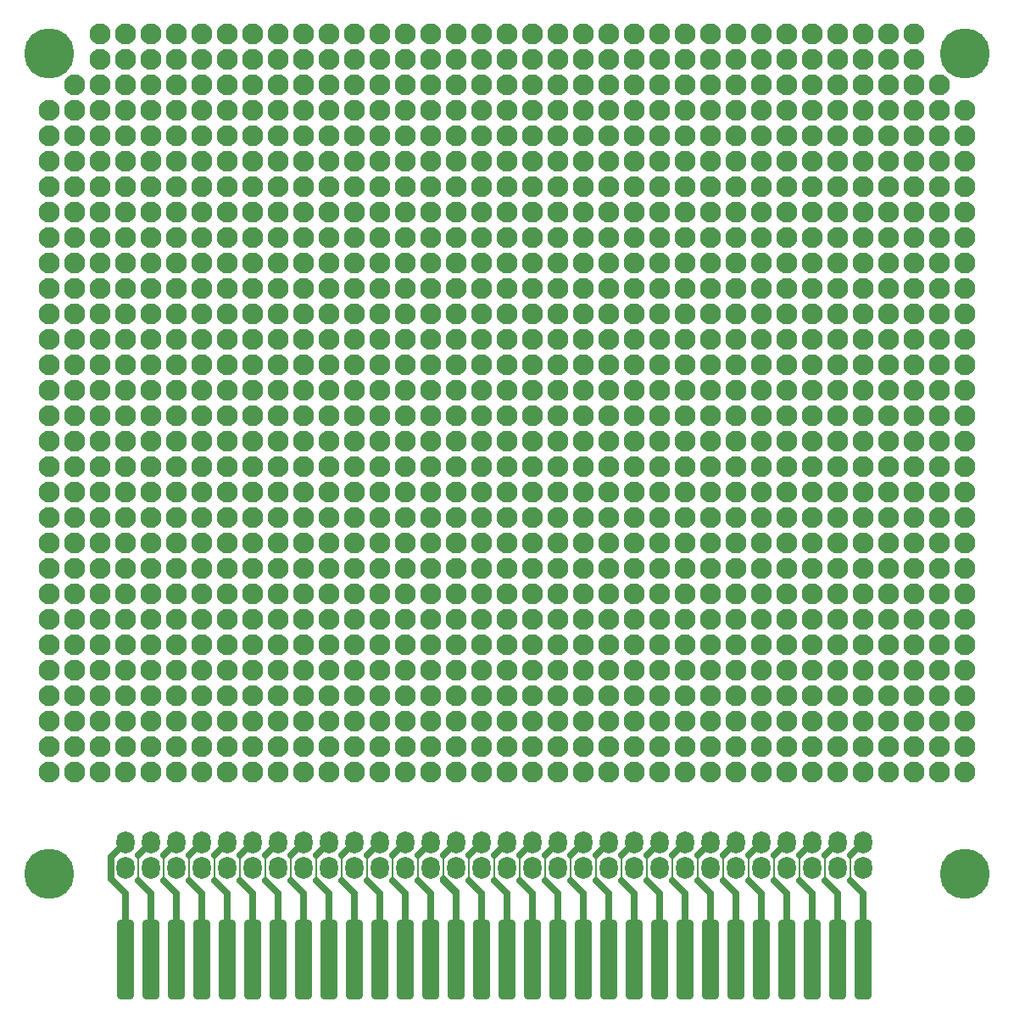
<source format=gbl>
G04 #@! TF.GenerationSoftware,KiCad,Pcbnew,6.0.11-2627ca5db0~126~ubuntu20.04.1*
G04 #@! TF.CreationDate,2023-08-10T13:47:57+05:00*
G04 #@! TF.ProjectId,zx_01,7a785f30-312e-46b6-9963-61645f706362,rev?*
G04 #@! TF.SameCoordinates,Original*
G04 #@! TF.FileFunction,Copper,L2,Bot*
G04 #@! TF.FilePolarity,Positive*
%FSLAX46Y46*%
G04 Gerber Fmt 4.6, Leading zero omitted, Abs format (unit mm)*
G04 Created by KiCad (PCBNEW 6.0.11-2627ca5db0~126~ubuntu20.04.1) date 2023-08-10 13:47:57*
%MOMM*%
%LPD*%
G01*
G04 APERTURE LIST*
G04 Aperture macros list*
%AMRoundRect*
0 Rectangle with rounded corners*
0 $1 Rounding radius*
0 $2 $3 $4 $5 $6 $7 $8 $9 X,Y pos of 4 corners*
0 Add a 4 corners polygon primitive as box body*
4,1,4,$2,$3,$4,$5,$6,$7,$8,$9,$2,$3,0*
0 Add four circle primitives for the rounded corners*
1,1,$1+$1,$2,$3*
1,1,$1+$1,$4,$5*
1,1,$1+$1,$6,$7*
1,1,$1+$1,$8,$9*
0 Add four rect primitives between the rounded corners*
20,1,$1+$1,$2,$3,$4,$5,0*
20,1,$1+$1,$4,$5,$6,$7,0*
20,1,$1+$1,$6,$7,$8,$9,0*
20,1,$1+$1,$8,$9,$2,$3,0*%
G04 Aperture macros list end*
G04 #@! TA.AperFunction,ComponentPad*
%ADD10C,2.100000*%
G04 #@! TD*
G04 #@! TA.AperFunction,ComponentPad*
%ADD11C,5.000000*%
G04 #@! TD*
G04 #@! TA.AperFunction,ComponentPad*
%ADD12O,1.800000X2.250000*%
G04 #@! TD*
G04 #@! TA.AperFunction,SMDPad,CuDef*
%ADD13RoundRect,0.425000X-0.425000X3.575000X-0.425000X-3.575000X0.425000X-3.575000X0.425000X3.575000X0*%
G04 #@! TD*
G04 #@! TA.AperFunction,Conductor*
%ADD14C,0.700000*%
G04 #@! TD*
G04 #@! TA.AperFunction,Conductor*
%ADD15C,0.200000*%
G04 #@! TD*
G04 APERTURE END LIST*
D10*
X46355000Y-67945000D03*
X48895000Y-67945000D03*
X51435000Y-67945000D03*
X53975000Y-67945000D03*
X56515000Y-67945000D03*
X59055000Y-67945000D03*
X61595000Y-67945000D03*
X64135000Y-67945000D03*
X66675000Y-67945000D03*
X69215000Y-67945000D03*
X71755000Y-67945000D03*
X74295000Y-67945000D03*
X76835000Y-67945000D03*
X79375000Y-67945000D03*
X81915000Y-67945000D03*
X84455000Y-67945000D03*
X86995000Y-67945000D03*
X89535000Y-67945000D03*
X92075000Y-67945000D03*
X94615000Y-67945000D03*
X97155000Y-67945000D03*
X99695000Y-67945000D03*
X102235000Y-67945000D03*
X104775000Y-67945000D03*
X107315000Y-67945000D03*
X109855000Y-67945000D03*
X112395000Y-67945000D03*
X114935000Y-67945000D03*
X117475000Y-67945000D03*
X120015000Y-67945000D03*
X122555000Y-67945000D03*
X125095000Y-67945000D03*
X127635000Y-67945000D03*
X130175000Y-67945000D03*
X132715000Y-67945000D03*
X135255000Y-67945000D03*
X137795000Y-67945000D03*
X46355000Y-103505000D03*
X48895000Y-103505000D03*
X51435000Y-103505000D03*
X53975000Y-103505000D03*
X56515000Y-103505000D03*
X59055000Y-103505000D03*
X61595000Y-103505000D03*
X64135000Y-103505000D03*
X66675000Y-103505000D03*
X69215000Y-103505000D03*
X71755000Y-103505000D03*
X74295000Y-103505000D03*
X76835000Y-103505000D03*
X79375000Y-103505000D03*
X81915000Y-103505000D03*
X84455000Y-103505000D03*
X86995000Y-103505000D03*
X89535000Y-103505000D03*
X92075000Y-103505000D03*
X94615000Y-103505000D03*
X97155000Y-103505000D03*
X99695000Y-103505000D03*
X102235000Y-103505000D03*
X104775000Y-103505000D03*
X107315000Y-103505000D03*
X109855000Y-103505000D03*
X112395000Y-103505000D03*
X114935000Y-103505000D03*
X117475000Y-103505000D03*
X120015000Y-103505000D03*
X122555000Y-103505000D03*
X125095000Y-103505000D03*
X127635000Y-103505000D03*
X130175000Y-103505000D03*
X132715000Y-103505000D03*
X135255000Y-103505000D03*
X137795000Y-103505000D03*
X51435000Y-55245000D03*
X53975000Y-55245000D03*
X56515000Y-55245000D03*
X59055000Y-55245000D03*
X61595000Y-55245000D03*
X64135000Y-55245000D03*
X66675000Y-55245000D03*
X69215000Y-55245000D03*
X71755000Y-55245000D03*
X74295000Y-55245000D03*
X76835000Y-55245000D03*
X79375000Y-55245000D03*
X81915000Y-55245000D03*
X84455000Y-55245000D03*
X86995000Y-55245000D03*
X89535000Y-55245000D03*
X92075000Y-55245000D03*
X94615000Y-55245000D03*
X97155000Y-55245000D03*
X99695000Y-55245000D03*
X102235000Y-55245000D03*
X104775000Y-55245000D03*
X107315000Y-55245000D03*
X109855000Y-55245000D03*
X112395000Y-55245000D03*
X114935000Y-55245000D03*
X117475000Y-55245000D03*
X120015000Y-55245000D03*
X122555000Y-55245000D03*
X125095000Y-55245000D03*
X127635000Y-55245000D03*
X130175000Y-55245000D03*
X132715000Y-55245000D03*
X46355000Y-78105000D03*
X48895000Y-78105000D03*
X51435000Y-78105000D03*
X53975000Y-78105000D03*
X56515000Y-78105000D03*
X59055000Y-78105000D03*
X61595000Y-78105000D03*
X64135000Y-78105000D03*
X66675000Y-78105000D03*
X69215000Y-78105000D03*
X71755000Y-78105000D03*
X74295000Y-78105000D03*
X76835000Y-78105000D03*
X79375000Y-78105000D03*
X81915000Y-78105000D03*
X84455000Y-78105000D03*
X86995000Y-78105000D03*
X89535000Y-78105000D03*
X92075000Y-78105000D03*
X94615000Y-78105000D03*
X97155000Y-78105000D03*
X99695000Y-78105000D03*
X102235000Y-78105000D03*
X104775000Y-78105000D03*
X107315000Y-78105000D03*
X109855000Y-78105000D03*
X112395000Y-78105000D03*
X114935000Y-78105000D03*
X117475000Y-78105000D03*
X120015000Y-78105000D03*
X122555000Y-78105000D03*
X125095000Y-78105000D03*
X127635000Y-78105000D03*
X130175000Y-78105000D03*
X132715000Y-78105000D03*
X135255000Y-78105000D03*
X137795000Y-78105000D03*
X46355000Y-100965000D03*
X48895000Y-100965000D03*
X51435000Y-100965000D03*
X53975000Y-100965000D03*
X56515000Y-100965000D03*
X59055000Y-100965000D03*
X61595000Y-100965000D03*
X64135000Y-100965000D03*
X66675000Y-100965000D03*
X69215000Y-100965000D03*
X71755000Y-100965000D03*
X74295000Y-100965000D03*
X76835000Y-100965000D03*
X79375000Y-100965000D03*
X81915000Y-100965000D03*
X84455000Y-100965000D03*
X86995000Y-100965000D03*
X89535000Y-100965000D03*
X92075000Y-100965000D03*
X94615000Y-100965000D03*
X97155000Y-100965000D03*
X99695000Y-100965000D03*
X102235000Y-100965000D03*
X104775000Y-100965000D03*
X107315000Y-100965000D03*
X109855000Y-100965000D03*
X112395000Y-100965000D03*
X114935000Y-100965000D03*
X117475000Y-100965000D03*
X120015000Y-100965000D03*
X122555000Y-100965000D03*
X125095000Y-100965000D03*
X127635000Y-100965000D03*
X130175000Y-100965000D03*
X132715000Y-100965000D03*
X135255000Y-100965000D03*
X137795000Y-100965000D03*
X46355000Y-116205000D03*
X48895000Y-116205000D03*
X51435000Y-116205000D03*
X53975000Y-116205000D03*
X56515000Y-116205000D03*
X59055000Y-116205000D03*
X61595000Y-116205000D03*
X64135000Y-116205000D03*
X66675000Y-116205000D03*
X69215000Y-116205000D03*
X71755000Y-116205000D03*
X74295000Y-116205000D03*
X76835000Y-116205000D03*
X79375000Y-116205000D03*
X81915000Y-116205000D03*
X84455000Y-116205000D03*
X86995000Y-116205000D03*
X89535000Y-116205000D03*
X92075000Y-116205000D03*
X94615000Y-116205000D03*
X97155000Y-116205000D03*
X99695000Y-116205000D03*
X102235000Y-116205000D03*
X104775000Y-116205000D03*
X107315000Y-116205000D03*
X109855000Y-116205000D03*
X112395000Y-116205000D03*
X114935000Y-116205000D03*
X117475000Y-116205000D03*
X120015000Y-116205000D03*
X122555000Y-116205000D03*
X125095000Y-116205000D03*
X127635000Y-116205000D03*
X130175000Y-116205000D03*
X132715000Y-116205000D03*
X135255000Y-116205000D03*
X137795000Y-116205000D03*
X46355000Y-93345000D03*
X48895000Y-93345000D03*
X51435000Y-93345000D03*
X53975000Y-93345000D03*
X56515000Y-93345000D03*
X59055000Y-93345000D03*
X61595000Y-93345000D03*
X64135000Y-93345000D03*
X66675000Y-93345000D03*
X69215000Y-93345000D03*
X71755000Y-93345000D03*
X74295000Y-93345000D03*
X76835000Y-93345000D03*
X79375000Y-93345000D03*
X81915000Y-93345000D03*
X84455000Y-93345000D03*
X86995000Y-93345000D03*
X89535000Y-93345000D03*
X92075000Y-93345000D03*
X94615000Y-93345000D03*
X97155000Y-93345000D03*
X99695000Y-93345000D03*
X102235000Y-93345000D03*
X104775000Y-93345000D03*
X107315000Y-93345000D03*
X109855000Y-93345000D03*
X112395000Y-93345000D03*
X114935000Y-93345000D03*
X117475000Y-93345000D03*
X120015000Y-93345000D03*
X122555000Y-93345000D03*
X125095000Y-93345000D03*
X127635000Y-93345000D03*
X130175000Y-93345000D03*
X132715000Y-93345000D03*
X135255000Y-93345000D03*
X137795000Y-93345000D03*
X46355000Y-121285000D03*
X48895000Y-121285000D03*
X51435000Y-121285000D03*
X53975000Y-121285000D03*
X56515000Y-121285000D03*
X59055000Y-121285000D03*
X61595000Y-121285000D03*
X64135000Y-121285000D03*
X66675000Y-121285000D03*
X69215000Y-121285000D03*
X71755000Y-121285000D03*
X74295000Y-121285000D03*
X76835000Y-121285000D03*
X79375000Y-121285000D03*
X81915000Y-121285000D03*
X84455000Y-121285000D03*
X86995000Y-121285000D03*
X89535000Y-121285000D03*
X92075000Y-121285000D03*
X94615000Y-121285000D03*
X97155000Y-121285000D03*
X99695000Y-121285000D03*
X102235000Y-121285000D03*
X104775000Y-121285000D03*
X107315000Y-121285000D03*
X109855000Y-121285000D03*
X112395000Y-121285000D03*
X114935000Y-121285000D03*
X117475000Y-121285000D03*
X120015000Y-121285000D03*
X122555000Y-121285000D03*
X125095000Y-121285000D03*
X127635000Y-121285000D03*
X130175000Y-121285000D03*
X132715000Y-121285000D03*
X135255000Y-121285000D03*
X137795000Y-121285000D03*
X46355000Y-106045000D03*
X48895000Y-106045000D03*
X51435000Y-106045000D03*
X53975000Y-106045000D03*
X56515000Y-106045000D03*
X59055000Y-106045000D03*
X61595000Y-106045000D03*
X64135000Y-106045000D03*
X66675000Y-106045000D03*
X69215000Y-106045000D03*
X71755000Y-106045000D03*
X74295000Y-106045000D03*
X76835000Y-106045000D03*
X79375000Y-106045000D03*
X81915000Y-106045000D03*
X84455000Y-106045000D03*
X86995000Y-106045000D03*
X89535000Y-106045000D03*
X92075000Y-106045000D03*
X94615000Y-106045000D03*
X97155000Y-106045000D03*
X99695000Y-106045000D03*
X102235000Y-106045000D03*
X104775000Y-106045000D03*
X107315000Y-106045000D03*
X109855000Y-106045000D03*
X112395000Y-106045000D03*
X114935000Y-106045000D03*
X117475000Y-106045000D03*
X120015000Y-106045000D03*
X122555000Y-106045000D03*
X125095000Y-106045000D03*
X127635000Y-106045000D03*
X130175000Y-106045000D03*
X132715000Y-106045000D03*
X135255000Y-106045000D03*
X137795000Y-106045000D03*
X46355000Y-113665000D03*
X48895000Y-113665000D03*
X51435000Y-113665000D03*
X53975000Y-113665000D03*
X56515000Y-113665000D03*
X59055000Y-113665000D03*
X61595000Y-113665000D03*
X64135000Y-113665000D03*
X66675000Y-113665000D03*
X69215000Y-113665000D03*
X71755000Y-113665000D03*
X74295000Y-113665000D03*
X76835000Y-113665000D03*
X79375000Y-113665000D03*
X81915000Y-113665000D03*
X84455000Y-113665000D03*
X86995000Y-113665000D03*
X89535000Y-113665000D03*
X92075000Y-113665000D03*
X94615000Y-113665000D03*
X97155000Y-113665000D03*
X99695000Y-113665000D03*
X102235000Y-113665000D03*
X104775000Y-113665000D03*
X107315000Y-113665000D03*
X109855000Y-113665000D03*
X112395000Y-113665000D03*
X114935000Y-113665000D03*
X117475000Y-113665000D03*
X120015000Y-113665000D03*
X122555000Y-113665000D03*
X125095000Y-113665000D03*
X127635000Y-113665000D03*
X130175000Y-113665000D03*
X132715000Y-113665000D03*
X135255000Y-113665000D03*
X137795000Y-113665000D03*
X46355000Y-123825000D03*
X48895000Y-123825000D03*
X51435000Y-123825000D03*
X53975000Y-123825000D03*
X56515000Y-123825000D03*
X59055000Y-123825000D03*
X61595000Y-123825000D03*
X64135000Y-123825000D03*
X66675000Y-123825000D03*
X69215000Y-123825000D03*
X71755000Y-123825000D03*
X74295000Y-123825000D03*
X76835000Y-123825000D03*
X79375000Y-123825000D03*
X81915000Y-123825000D03*
X84455000Y-123825000D03*
X86995000Y-123825000D03*
X89535000Y-123825000D03*
X92075000Y-123825000D03*
X94615000Y-123825000D03*
X97155000Y-123825000D03*
X99695000Y-123825000D03*
X102235000Y-123825000D03*
X104775000Y-123825000D03*
X107315000Y-123825000D03*
X109855000Y-123825000D03*
X112395000Y-123825000D03*
X114935000Y-123825000D03*
X117475000Y-123825000D03*
X120015000Y-123825000D03*
X122555000Y-123825000D03*
X125095000Y-123825000D03*
X127635000Y-123825000D03*
X130175000Y-123825000D03*
X132715000Y-123825000D03*
X135255000Y-123825000D03*
X137795000Y-123825000D03*
D11*
X46355000Y-54610000D03*
D10*
X46355000Y-111125000D03*
X48895000Y-111125000D03*
X51435000Y-111125000D03*
X53975000Y-111125000D03*
X56515000Y-111125000D03*
X59055000Y-111125000D03*
X61595000Y-111125000D03*
X64135000Y-111125000D03*
X66675000Y-111125000D03*
X69215000Y-111125000D03*
X71755000Y-111125000D03*
X74295000Y-111125000D03*
X76835000Y-111125000D03*
X79375000Y-111125000D03*
X81915000Y-111125000D03*
X84455000Y-111125000D03*
X86995000Y-111125000D03*
X89535000Y-111125000D03*
X92075000Y-111125000D03*
X94615000Y-111125000D03*
X97155000Y-111125000D03*
X99695000Y-111125000D03*
X102235000Y-111125000D03*
X104775000Y-111125000D03*
X107315000Y-111125000D03*
X109855000Y-111125000D03*
X112395000Y-111125000D03*
X114935000Y-111125000D03*
X117475000Y-111125000D03*
X120015000Y-111125000D03*
X122555000Y-111125000D03*
X125095000Y-111125000D03*
X127635000Y-111125000D03*
X130175000Y-111125000D03*
X132715000Y-111125000D03*
X135255000Y-111125000D03*
X137795000Y-111125000D03*
X46355000Y-88265000D03*
X48895000Y-88265000D03*
X51435000Y-88265000D03*
X53975000Y-88265000D03*
X56515000Y-88265000D03*
X59055000Y-88265000D03*
X61595000Y-88265000D03*
X64135000Y-88265000D03*
X66675000Y-88265000D03*
X69215000Y-88265000D03*
X71755000Y-88265000D03*
X74295000Y-88265000D03*
X76835000Y-88265000D03*
X79375000Y-88265000D03*
X81915000Y-88265000D03*
X84455000Y-88265000D03*
X86995000Y-88265000D03*
X89535000Y-88265000D03*
X92075000Y-88265000D03*
X94615000Y-88265000D03*
X97155000Y-88265000D03*
X99695000Y-88265000D03*
X102235000Y-88265000D03*
X104775000Y-88265000D03*
X107315000Y-88265000D03*
X109855000Y-88265000D03*
X112395000Y-88265000D03*
X114935000Y-88265000D03*
X117475000Y-88265000D03*
X120015000Y-88265000D03*
X122555000Y-88265000D03*
X125095000Y-88265000D03*
X127635000Y-88265000D03*
X130175000Y-88265000D03*
X132715000Y-88265000D03*
X135255000Y-88265000D03*
X137795000Y-88265000D03*
X48895000Y-57785000D03*
X51435000Y-57785000D03*
X53975000Y-57785000D03*
X56515000Y-57785000D03*
X59055000Y-57785000D03*
X61595000Y-57785000D03*
X64135000Y-57785000D03*
X66675000Y-57785000D03*
X69215000Y-57785000D03*
X71755000Y-57785000D03*
X74295000Y-57785000D03*
X76835000Y-57785000D03*
X79375000Y-57785000D03*
X81915000Y-57785000D03*
X84455000Y-57785000D03*
X86995000Y-57785000D03*
X89535000Y-57785000D03*
X92075000Y-57785000D03*
X94615000Y-57785000D03*
X97155000Y-57785000D03*
X99695000Y-57785000D03*
X102235000Y-57785000D03*
X104775000Y-57785000D03*
X107315000Y-57785000D03*
X109855000Y-57785000D03*
X112395000Y-57785000D03*
X114935000Y-57785000D03*
X117475000Y-57785000D03*
X120015000Y-57785000D03*
X122555000Y-57785000D03*
X125095000Y-57785000D03*
X127635000Y-57785000D03*
X130175000Y-57785000D03*
X132715000Y-57785000D03*
X135255000Y-57785000D03*
D12*
X53975000Y-133350000D03*
X53975000Y-135890000D03*
X56515000Y-133350000D03*
X56515000Y-135890000D03*
X59055000Y-133350000D03*
X59055000Y-135890000D03*
X61595000Y-133350000D03*
X61595000Y-135890000D03*
X64135000Y-133350000D03*
X64135000Y-135890000D03*
X66675000Y-133350000D03*
X66675000Y-135890000D03*
X69215000Y-133350000D03*
X69215000Y-135890000D03*
X71755000Y-133350000D03*
X71755000Y-135890000D03*
X74295000Y-133350000D03*
X74295000Y-135890000D03*
X76835000Y-133350000D03*
X76835000Y-135890000D03*
X79375000Y-133350000D03*
X79375000Y-135890000D03*
X81915000Y-133350000D03*
X81915000Y-135890000D03*
X84455000Y-133350000D03*
X84455000Y-135890000D03*
X86995000Y-133350000D03*
X86995000Y-135890000D03*
X89535000Y-133350000D03*
X89535000Y-135890000D03*
X92075000Y-133350000D03*
X92075000Y-135890000D03*
X94615000Y-133350000D03*
X94615000Y-135890000D03*
X97155000Y-133350000D03*
X97155000Y-135890000D03*
X99695000Y-133350000D03*
X99695000Y-135890000D03*
X102235000Y-133350000D03*
X102235000Y-135890000D03*
X104775000Y-133350000D03*
X104775000Y-135890000D03*
X107315000Y-133350000D03*
X107315000Y-135890000D03*
X109855000Y-133350000D03*
X109855000Y-135890000D03*
X112395000Y-133350000D03*
X112395000Y-135890000D03*
X114935000Y-133350000D03*
X114935000Y-135890000D03*
X117475000Y-133350000D03*
X117475000Y-135890000D03*
X120015000Y-133350000D03*
X120015000Y-135890000D03*
X122555000Y-133350000D03*
X122555000Y-135890000D03*
X125095000Y-133350000D03*
X125095000Y-135890000D03*
X127635000Y-133350000D03*
X127635000Y-135890000D03*
D10*
X46355000Y-118745000D03*
X48895000Y-118745000D03*
X51435000Y-118745000D03*
X53975000Y-118745000D03*
X56515000Y-118745000D03*
X59055000Y-118745000D03*
X61595000Y-118745000D03*
X64135000Y-118745000D03*
X66675000Y-118745000D03*
X69215000Y-118745000D03*
X71755000Y-118745000D03*
X74295000Y-118745000D03*
X76835000Y-118745000D03*
X79375000Y-118745000D03*
X81915000Y-118745000D03*
X84455000Y-118745000D03*
X86995000Y-118745000D03*
X89535000Y-118745000D03*
X92075000Y-118745000D03*
X94615000Y-118745000D03*
X97155000Y-118745000D03*
X99695000Y-118745000D03*
X102235000Y-118745000D03*
X104775000Y-118745000D03*
X107315000Y-118745000D03*
X109855000Y-118745000D03*
X112395000Y-118745000D03*
X114935000Y-118745000D03*
X117475000Y-118745000D03*
X120015000Y-118745000D03*
X122555000Y-118745000D03*
X125095000Y-118745000D03*
X127635000Y-118745000D03*
X130175000Y-118745000D03*
X132715000Y-118745000D03*
X135255000Y-118745000D03*
X137795000Y-118745000D03*
X46355000Y-60325000D03*
X48895000Y-60325000D03*
X51435000Y-60325000D03*
X53975000Y-60325000D03*
X56515000Y-60325000D03*
X59055000Y-60325000D03*
X61595000Y-60325000D03*
X64135000Y-60325000D03*
X66675000Y-60325000D03*
X69215000Y-60325000D03*
X71755000Y-60325000D03*
X74295000Y-60325000D03*
X76835000Y-60325000D03*
X79375000Y-60325000D03*
X81915000Y-60325000D03*
X84455000Y-60325000D03*
X86995000Y-60325000D03*
X89535000Y-60325000D03*
X92075000Y-60325000D03*
X94615000Y-60325000D03*
X97155000Y-60325000D03*
X99695000Y-60325000D03*
X102235000Y-60325000D03*
X104775000Y-60325000D03*
X107315000Y-60325000D03*
X109855000Y-60325000D03*
X112395000Y-60325000D03*
X114935000Y-60325000D03*
X117475000Y-60325000D03*
X120015000Y-60325000D03*
X122555000Y-60325000D03*
X125095000Y-60325000D03*
X127635000Y-60325000D03*
X130175000Y-60325000D03*
X132715000Y-60325000D03*
X135255000Y-60325000D03*
X137795000Y-60325000D03*
X51435000Y-52705000D03*
X53975000Y-52705000D03*
X56515000Y-52705000D03*
X59055000Y-52705000D03*
X61595000Y-52705000D03*
X64135000Y-52705000D03*
X66675000Y-52705000D03*
X69215000Y-52705000D03*
X71755000Y-52705000D03*
X74295000Y-52705000D03*
X76835000Y-52705000D03*
X79375000Y-52705000D03*
X81915000Y-52705000D03*
X84455000Y-52705000D03*
X86995000Y-52705000D03*
X89535000Y-52705000D03*
X92075000Y-52705000D03*
X94615000Y-52705000D03*
X97155000Y-52705000D03*
X99695000Y-52705000D03*
X102235000Y-52705000D03*
X104775000Y-52705000D03*
X107315000Y-52705000D03*
X109855000Y-52705000D03*
X112395000Y-52705000D03*
X114935000Y-52705000D03*
X117475000Y-52705000D03*
X120015000Y-52705000D03*
X122555000Y-52705000D03*
X125095000Y-52705000D03*
X127635000Y-52705000D03*
X130175000Y-52705000D03*
X132715000Y-52705000D03*
X46355000Y-73025000D03*
X48895000Y-73025000D03*
X51435000Y-73025000D03*
X53975000Y-73025000D03*
X56515000Y-73025000D03*
X59055000Y-73025000D03*
X61595000Y-73025000D03*
X64135000Y-73025000D03*
X66675000Y-73025000D03*
X69215000Y-73025000D03*
X71755000Y-73025000D03*
X74295000Y-73025000D03*
X76835000Y-73025000D03*
X79375000Y-73025000D03*
X81915000Y-73025000D03*
X84455000Y-73025000D03*
X86995000Y-73025000D03*
X89535000Y-73025000D03*
X92075000Y-73025000D03*
X94615000Y-73025000D03*
X97155000Y-73025000D03*
X99695000Y-73025000D03*
X102235000Y-73025000D03*
X104775000Y-73025000D03*
X107315000Y-73025000D03*
X109855000Y-73025000D03*
X112395000Y-73025000D03*
X114935000Y-73025000D03*
X117475000Y-73025000D03*
X120015000Y-73025000D03*
X122555000Y-73025000D03*
X125095000Y-73025000D03*
X127635000Y-73025000D03*
X130175000Y-73025000D03*
X132715000Y-73025000D03*
X135255000Y-73025000D03*
X137795000Y-73025000D03*
X46355000Y-65405000D03*
X48895000Y-65405000D03*
X51435000Y-65405000D03*
X53975000Y-65405000D03*
X56515000Y-65405000D03*
X59055000Y-65405000D03*
X61595000Y-65405000D03*
X64135000Y-65405000D03*
X66675000Y-65405000D03*
X69215000Y-65405000D03*
X71755000Y-65405000D03*
X74295000Y-65405000D03*
X76835000Y-65405000D03*
X79375000Y-65405000D03*
X81915000Y-65405000D03*
X84455000Y-65405000D03*
X86995000Y-65405000D03*
X89535000Y-65405000D03*
X92075000Y-65405000D03*
X94615000Y-65405000D03*
X97155000Y-65405000D03*
X99695000Y-65405000D03*
X102235000Y-65405000D03*
X104775000Y-65405000D03*
X107315000Y-65405000D03*
X109855000Y-65405000D03*
X112395000Y-65405000D03*
X114935000Y-65405000D03*
X117475000Y-65405000D03*
X120015000Y-65405000D03*
X122555000Y-65405000D03*
X125095000Y-65405000D03*
X127635000Y-65405000D03*
X130175000Y-65405000D03*
X132715000Y-65405000D03*
X135255000Y-65405000D03*
X137795000Y-65405000D03*
X46355000Y-90805000D03*
X48895000Y-90805000D03*
X51435000Y-90805000D03*
X53975000Y-90805000D03*
X56515000Y-90805000D03*
X59055000Y-90805000D03*
X61595000Y-90805000D03*
X64135000Y-90805000D03*
X66675000Y-90805000D03*
X69215000Y-90805000D03*
X71755000Y-90805000D03*
X74295000Y-90805000D03*
X76835000Y-90805000D03*
X79375000Y-90805000D03*
X81915000Y-90805000D03*
X84455000Y-90805000D03*
X86995000Y-90805000D03*
X89535000Y-90805000D03*
X92075000Y-90805000D03*
X94615000Y-90805000D03*
X97155000Y-90805000D03*
X99695000Y-90805000D03*
X102235000Y-90805000D03*
X104775000Y-90805000D03*
X107315000Y-90805000D03*
X109855000Y-90805000D03*
X112395000Y-90805000D03*
X114935000Y-90805000D03*
X117475000Y-90805000D03*
X120015000Y-90805000D03*
X122555000Y-90805000D03*
X125095000Y-90805000D03*
X127635000Y-90805000D03*
X130175000Y-90805000D03*
X132715000Y-90805000D03*
X135255000Y-90805000D03*
X137795000Y-90805000D03*
D11*
X137795000Y-54610000D03*
D10*
X46355000Y-126365000D03*
X48895000Y-126365000D03*
X51435000Y-126365000D03*
X53975000Y-126365000D03*
X56515000Y-126365000D03*
X59055000Y-126365000D03*
X61595000Y-126365000D03*
X64135000Y-126365000D03*
X66675000Y-126365000D03*
X69215000Y-126365000D03*
X71755000Y-126365000D03*
X74295000Y-126365000D03*
X76835000Y-126365000D03*
X79375000Y-126365000D03*
X81915000Y-126365000D03*
X84455000Y-126365000D03*
X86995000Y-126365000D03*
X89535000Y-126365000D03*
X92075000Y-126365000D03*
X94615000Y-126365000D03*
X97155000Y-126365000D03*
X99695000Y-126365000D03*
X102235000Y-126365000D03*
X104775000Y-126365000D03*
X107315000Y-126365000D03*
X109855000Y-126365000D03*
X112395000Y-126365000D03*
X114935000Y-126365000D03*
X117475000Y-126365000D03*
X120015000Y-126365000D03*
X122555000Y-126365000D03*
X125095000Y-126365000D03*
X127635000Y-126365000D03*
X130175000Y-126365000D03*
X132715000Y-126365000D03*
X135255000Y-126365000D03*
X137795000Y-126365000D03*
D11*
X137795000Y-136525000D03*
D10*
X46355000Y-70485000D03*
X48895000Y-70485000D03*
X51435000Y-70485000D03*
X53975000Y-70485000D03*
X56515000Y-70485000D03*
X59055000Y-70485000D03*
X61595000Y-70485000D03*
X64135000Y-70485000D03*
X66675000Y-70485000D03*
X69215000Y-70485000D03*
X71755000Y-70485000D03*
X74295000Y-70485000D03*
X76835000Y-70485000D03*
X79375000Y-70485000D03*
X81915000Y-70485000D03*
X84455000Y-70485000D03*
X86995000Y-70485000D03*
X89535000Y-70485000D03*
X92075000Y-70485000D03*
X94615000Y-70485000D03*
X97155000Y-70485000D03*
X99695000Y-70485000D03*
X102235000Y-70485000D03*
X104775000Y-70485000D03*
X107315000Y-70485000D03*
X109855000Y-70485000D03*
X112395000Y-70485000D03*
X114935000Y-70485000D03*
X117475000Y-70485000D03*
X120015000Y-70485000D03*
X122555000Y-70485000D03*
X125095000Y-70485000D03*
X127635000Y-70485000D03*
X130175000Y-70485000D03*
X132715000Y-70485000D03*
X135255000Y-70485000D03*
X137795000Y-70485000D03*
X46355000Y-83185000D03*
X48895000Y-83185000D03*
X51435000Y-83185000D03*
X53975000Y-83185000D03*
X56515000Y-83185000D03*
X59055000Y-83185000D03*
X61595000Y-83185000D03*
X64135000Y-83185000D03*
X66675000Y-83185000D03*
X69215000Y-83185000D03*
X71755000Y-83185000D03*
X74295000Y-83185000D03*
X76835000Y-83185000D03*
X79375000Y-83185000D03*
X81915000Y-83185000D03*
X84455000Y-83185000D03*
X86995000Y-83185000D03*
X89535000Y-83185000D03*
X92075000Y-83185000D03*
X94615000Y-83185000D03*
X97155000Y-83185000D03*
X99695000Y-83185000D03*
X102235000Y-83185000D03*
X104775000Y-83185000D03*
X107315000Y-83185000D03*
X109855000Y-83185000D03*
X112395000Y-83185000D03*
X114935000Y-83185000D03*
X117475000Y-83185000D03*
X120015000Y-83185000D03*
X122555000Y-83185000D03*
X125095000Y-83185000D03*
X127635000Y-83185000D03*
X130175000Y-83185000D03*
X132715000Y-83185000D03*
X135255000Y-83185000D03*
X137795000Y-83185000D03*
X46355000Y-108585000D03*
X48895000Y-108585000D03*
X51435000Y-108585000D03*
X53975000Y-108585000D03*
X56515000Y-108585000D03*
X59055000Y-108585000D03*
X61595000Y-108585000D03*
X64135000Y-108585000D03*
X66675000Y-108585000D03*
X69215000Y-108585000D03*
X71755000Y-108585000D03*
X74295000Y-108585000D03*
X76835000Y-108585000D03*
X79375000Y-108585000D03*
X81915000Y-108585000D03*
X84455000Y-108585000D03*
X86995000Y-108585000D03*
X89535000Y-108585000D03*
X92075000Y-108585000D03*
X94615000Y-108585000D03*
X97155000Y-108585000D03*
X99695000Y-108585000D03*
X102235000Y-108585000D03*
X104775000Y-108585000D03*
X107315000Y-108585000D03*
X109855000Y-108585000D03*
X112395000Y-108585000D03*
X114935000Y-108585000D03*
X117475000Y-108585000D03*
X120015000Y-108585000D03*
X122555000Y-108585000D03*
X125095000Y-108585000D03*
X127635000Y-108585000D03*
X130175000Y-108585000D03*
X132715000Y-108585000D03*
X135255000Y-108585000D03*
X137795000Y-108585000D03*
X46355000Y-98425000D03*
X48895000Y-98425000D03*
X51435000Y-98425000D03*
X53975000Y-98425000D03*
X56515000Y-98425000D03*
X59055000Y-98425000D03*
X61595000Y-98425000D03*
X64135000Y-98425000D03*
X66675000Y-98425000D03*
X69215000Y-98425000D03*
X71755000Y-98425000D03*
X74295000Y-98425000D03*
X76835000Y-98425000D03*
X79375000Y-98425000D03*
X81915000Y-98425000D03*
X84455000Y-98425000D03*
X86995000Y-98425000D03*
X89535000Y-98425000D03*
X92075000Y-98425000D03*
X94615000Y-98425000D03*
X97155000Y-98425000D03*
X99695000Y-98425000D03*
X102235000Y-98425000D03*
X104775000Y-98425000D03*
X107315000Y-98425000D03*
X109855000Y-98425000D03*
X112395000Y-98425000D03*
X114935000Y-98425000D03*
X117475000Y-98425000D03*
X120015000Y-98425000D03*
X122555000Y-98425000D03*
X125095000Y-98425000D03*
X127635000Y-98425000D03*
X130175000Y-98425000D03*
X132715000Y-98425000D03*
X135255000Y-98425000D03*
X137795000Y-98425000D03*
X46355000Y-75565000D03*
X48895000Y-75565000D03*
X51435000Y-75565000D03*
X53975000Y-75565000D03*
X56515000Y-75565000D03*
X59055000Y-75565000D03*
X61595000Y-75565000D03*
X64135000Y-75565000D03*
X66675000Y-75565000D03*
X69215000Y-75565000D03*
X71755000Y-75565000D03*
X74295000Y-75565000D03*
X76835000Y-75565000D03*
X79375000Y-75565000D03*
X81915000Y-75565000D03*
X84455000Y-75565000D03*
X86995000Y-75565000D03*
X89535000Y-75565000D03*
X92075000Y-75565000D03*
X94615000Y-75565000D03*
X97155000Y-75565000D03*
X99695000Y-75565000D03*
X102235000Y-75565000D03*
X104775000Y-75565000D03*
X107315000Y-75565000D03*
X109855000Y-75565000D03*
X112395000Y-75565000D03*
X114935000Y-75565000D03*
X117475000Y-75565000D03*
X120015000Y-75565000D03*
X122555000Y-75565000D03*
X125095000Y-75565000D03*
X127635000Y-75565000D03*
X130175000Y-75565000D03*
X132715000Y-75565000D03*
X135255000Y-75565000D03*
X137795000Y-75565000D03*
X46355000Y-85725000D03*
X48895000Y-85725000D03*
X51435000Y-85725000D03*
X53975000Y-85725000D03*
X56515000Y-85725000D03*
X59055000Y-85725000D03*
X61595000Y-85725000D03*
X64135000Y-85725000D03*
X66675000Y-85725000D03*
X69215000Y-85725000D03*
X71755000Y-85725000D03*
X74295000Y-85725000D03*
X76835000Y-85725000D03*
X79375000Y-85725000D03*
X81915000Y-85725000D03*
X84455000Y-85725000D03*
X86995000Y-85725000D03*
X89535000Y-85725000D03*
X92075000Y-85725000D03*
X94615000Y-85725000D03*
X97155000Y-85725000D03*
X99695000Y-85725000D03*
X102235000Y-85725000D03*
X104775000Y-85725000D03*
X107315000Y-85725000D03*
X109855000Y-85725000D03*
X112395000Y-85725000D03*
X114935000Y-85725000D03*
X117475000Y-85725000D03*
X120015000Y-85725000D03*
X122555000Y-85725000D03*
X125095000Y-85725000D03*
X127635000Y-85725000D03*
X130175000Y-85725000D03*
X132715000Y-85725000D03*
X135255000Y-85725000D03*
X137795000Y-85725000D03*
X46355000Y-95885000D03*
X48895000Y-95885000D03*
X51435000Y-95885000D03*
X53975000Y-95885000D03*
X56515000Y-95885000D03*
X59055000Y-95885000D03*
X61595000Y-95885000D03*
X64135000Y-95885000D03*
X66675000Y-95885000D03*
X69215000Y-95885000D03*
X71755000Y-95885000D03*
X74295000Y-95885000D03*
X76835000Y-95885000D03*
X79375000Y-95885000D03*
X81915000Y-95885000D03*
X84455000Y-95885000D03*
X86995000Y-95885000D03*
X89535000Y-95885000D03*
X92075000Y-95885000D03*
X94615000Y-95885000D03*
X97155000Y-95885000D03*
X99695000Y-95885000D03*
X102235000Y-95885000D03*
X104775000Y-95885000D03*
X107315000Y-95885000D03*
X109855000Y-95885000D03*
X112395000Y-95885000D03*
X114935000Y-95885000D03*
X117475000Y-95885000D03*
X120015000Y-95885000D03*
X122555000Y-95885000D03*
X125095000Y-95885000D03*
X127635000Y-95885000D03*
X130175000Y-95885000D03*
X132715000Y-95885000D03*
X135255000Y-95885000D03*
X137795000Y-95885000D03*
D11*
X46355000Y-136525000D03*
D10*
X46355000Y-62865000D03*
X48895000Y-62865000D03*
X51435000Y-62865000D03*
X53975000Y-62865000D03*
X56515000Y-62865000D03*
X59055000Y-62865000D03*
X61595000Y-62865000D03*
X64135000Y-62865000D03*
X66675000Y-62865000D03*
X69215000Y-62865000D03*
X71755000Y-62865000D03*
X74295000Y-62865000D03*
X76835000Y-62865000D03*
X79375000Y-62865000D03*
X81915000Y-62865000D03*
X84455000Y-62865000D03*
X86995000Y-62865000D03*
X89535000Y-62865000D03*
X92075000Y-62865000D03*
X94615000Y-62865000D03*
X97155000Y-62865000D03*
X99695000Y-62865000D03*
X102235000Y-62865000D03*
X104775000Y-62865000D03*
X107315000Y-62865000D03*
X109855000Y-62865000D03*
X112395000Y-62865000D03*
X114935000Y-62865000D03*
X117475000Y-62865000D03*
X120015000Y-62865000D03*
X122555000Y-62865000D03*
X125095000Y-62865000D03*
X127635000Y-62865000D03*
X130175000Y-62865000D03*
X132715000Y-62865000D03*
X135255000Y-62865000D03*
X137795000Y-62865000D03*
X46355000Y-80645000D03*
X48895000Y-80645000D03*
X51435000Y-80645000D03*
X53975000Y-80645000D03*
X56515000Y-80645000D03*
X59055000Y-80645000D03*
X61595000Y-80645000D03*
X64135000Y-80645000D03*
X66675000Y-80645000D03*
X69215000Y-80645000D03*
X71755000Y-80645000D03*
X74295000Y-80645000D03*
X76835000Y-80645000D03*
X79375000Y-80645000D03*
X81915000Y-80645000D03*
X84455000Y-80645000D03*
X86995000Y-80645000D03*
X89535000Y-80645000D03*
X92075000Y-80645000D03*
X94615000Y-80645000D03*
X97155000Y-80645000D03*
X99695000Y-80645000D03*
X102235000Y-80645000D03*
X104775000Y-80645000D03*
X107315000Y-80645000D03*
X109855000Y-80645000D03*
X112395000Y-80645000D03*
X114935000Y-80645000D03*
X117475000Y-80645000D03*
X120015000Y-80645000D03*
X122555000Y-80645000D03*
X125095000Y-80645000D03*
X127635000Y-80645000D03*
X130175000Y-80645000D03*
X132715000Y-80645000D03*
X135255000Y-80645000D03*
X137795000Y-80645000D03*
D13*
X53975000Y-145034000D03*
X56515000Y-145034000D03*
X59055000Y-145034000D03*
X61595000Y-145034000D03*
X64135000Y-145034000D03*
X66675000Y-145034000D03*
X69215000Y-145034000D03*
X71755000Y-145034000D03*
X74295000Y-145034000D03*
X76835000Y-145034000D03*
X79375000Y-145034000D03*
X81915000Y-145034000D03*
X84455000Y-145034000D03*
X86995000Y-145034000D03*
X89535000Y-145034000D03*
X92075000Y-145034000D03*
X94615000Y-145034000D03*
X97155000Y-145034000D03*
X99695000Y-145034000D03*
X102235000Y-145034000D03*
X104775000Y-145034000D03*
X107315000Y-145034000D03*
X109855000Y-145034000D03*
X112395000Y-145034000D03*
X114935000Y-145034000D03*
X117475000Y-145034000D03*
X120015000Y-145034000D03*
X122555000Y-145034000D03*
X125095000Y-145034000D03*
X127635000Y-145034000D03*
D14*
X52525000Y-136980000D02*
X52705000Y-137160000D01*
X52705000Y-137160000D02*
X53975000Y-138430000D01*
X52705000Y-134620000D02*
X53975000Y-133350000D01*
D15*
X53975000Y-133350000D02*
X52705000Y-134620000D01*
D14*
X52705000Y-134620000D02*
X52525000Y-134800000D01*
D15*
X52705000Y-137160000D02*
X53975000Y-138430000D01*
D14*
X52525000Y-134800000D02*
X52525000Y-136980000D01*
D15*
X53975000Y-138430000D02*
X53975000Y-145034000D01*
D14*
X53975000Y-138430000D02*
X53975000Y-145034000D01*
X56515000Y-138430000D02*
X56515000Y-145034000D01*
X55245000Y-137160000D02*
X56515000Y-138430000D01*
X55245000Y-134620000D02*
X56515000Y-133350000D01*
D15*
X55245000Y-134620000D02*
X55245000Y-137160000D01*
D14*
X59055000Y-138430000D02*
X59055000Y-145034000D01*
D15*
X57785000Y-134620000D02*
X57785000Y-137160000D01*
D14*
X57785000Y-137160000D02*
X59055000Y-138430000D01*
X57785000Y-134620000D02*
X59055000Y-133350000D01*
D15*
X59055000Y-138430000D02*
X59055000Y-145034000D01*
X57785000Y-137160000D02*
X59055000Y-138430000D01*
X59055000Y-133350000D02*
X57785000Y-134620000D01*
D14*
X60325000Y-137160000D02*
X61595000Y-138430000D01*
D15*
X61595000Y-133350000D02*
X60325000Y-134620000D01*
D14*
X60325000Y-134620000D02*
X61595000Y-133350000D01*
D15*
X60325000Y-134620000D02*
X60325000Y-137160000D01*
X61595000Y-138430000D02*
X61595000Y-145034000D01*
X60325000Y-137160000D02*
X61595000Y-138430000D01*
D14*
X61595000Y-138430000D02*
X61595000Y-145034000D01*
X62865000Y-134620000D02*
X64135000Y-133350000D01*
X64135000Y-138430000D02*
X64135000Y-145034000D01*
D15*
X62865000Y-137160000D02*
X64135000Y-138430000D01*
X64135000Y-133350000D02*
X62865000Y-134620000D01*
D14*
X62865000Y-137160000D02*
X64135000Y-138430000D01*
D15*
X62865000Y-137160000D02*
X64135000Y-138430000D01*
X62865000Y-134620000D02*
X62865000Y-137160000D01*
X64135000Y-138430000D02*
X64135000Y-145034000D01*
D14*
X86995000Y-138303000D02*
X85725000Y-137033000D01*
D15*
X66675000Y-133350000D02*
X65405000Y-134620000D01*
X86995000Y-133223000D02*
X85725000Y-134493000D01*
D14*
X86995000Y-138430000D02*
X86995000Y-138303000D01*
X69215000Y-139700000D02*
X69215000Y-138430000D01*
X85725000Y-134620000D02*
X86995000Y-133350000D01*
D15*
X69215000Y-133350000D02*
X67945000Y-134620000D01*
D14*
X85725000Y-137160000D02*
X86995000Y-138430000D01*
D15*
X126365000Y-134493000D02*
X126365000Y-137033000D01*
D14*
X126365000Y-137160000D02*
X127635000Y-138430000D01*
X126365000Y-134620000D02*
X127635000Y-133350000D01*
D15*
X127635000Y-138303000D02*
X127635000Y-144907000D01*
D14*
X67945000Y-137160000D02*
X69215000Y-138430000D01*
X66675000Y-138430000D02*
X65405000Y-137160000D01*
D15*
X85725000Y-134493000D02*
X85725000Y-137033000D01*
X65405000Y-134620000D02*
X65405000Y-137160000D01*
D14*
X127635000Y-138430000D02*
X127635000Y-145034000D01*
D15*
X67945000Y-134620000D02*
X67945000Y-137160000D01*
D14*
X65405000Y-137160000D02*
X66675000Y-138430000D01*
X67945000Y-134620000D02*
X69215000Y-133350000D01*
X66675000Y-139700000D02*
X66675000Y-145034000D01*
X86995000Y-138430000D02*
X86995000Y-145034000D01*
X66675000Y-138430000D02*
X66675000Y-139700000D01*
D15*
X127635000Y-133223000D02*
X126365000Y-134493000D01*
D14*
X69215000Y-138430000D02*
X69215000Y-145034000D01*
X69215000Y-138430000D02*
X67945000Y-137160000D01*
X69215000Y-145034000D02*
X69215000Y-139700000D01*
X66675000Y-138430000D02*
X66675000Y-145034000D01*
X86995000Y-145034000D02*
X86995000Y-138430000D01*
D15*
X86995000Y-138303000D02*
X86995000Y-144907000D01*
D14*
X65405000Y-134620000D02*
X66675000Y-133350000D01*
D15*
X70485000Y-134620000D02*
X70485000Y-137160000D01*
D14*
X71755000Y-138430000D02*
X71755000Y-145034000D01*
X70485000Y-134620000D02*
X71755000Y-133350000D01*
D15*
X71755000Y-133350000D02*
X70485000Y-134620000D01*
D14*
X70485000Y-137160000D02*
X71755000Y-138430000D01*
D15*
X70485000Y-137160000D02*
X71755000Y-138430000D01*
X71755000Y-138430000D02*
X71755000Y-145034000D01*
D14*
X73025000Y-134620000D02*
X74295000Y-133350000D01*
X74295000Y-138430000D02*
X74295000Y-145034000D01*
D15*
X73025000Y-134620000D02*
X73025000Y-137160000D01*
D14*
X73025000Y-137160000D02*
X74295000Y-138430000D01*
D15*
X74295000Y-138430000D02*
X74295000Y-145034000D01*
X73025000Y-137160000D02*
X74295000Y-138430000D01*
X73025000Y-137160000D02*
X74295000Y-138430000D01*
X74295000Y-133350000D02*
X73025000Y-134620000D01*
D14*
X76835000Y-138430000D02*
X76835000Y-145034000D01*
X75565000Y-137160000D02*
X76835000Y-138430000D01*
D15*
X75565000Y-137033000D02*
X76835000Y-138303000D01*
D14*
X75565000Y-134620000D02*
X76835000Y-133350000D01*
D15*
X75565000Y-134493000D02*
X75565000Y-137033000D01*
X76835000Y-133223000D02*
X75565000Y-134493000D01*
X76835000Y-138303000D02*
X76835000Y-144907000D01*
X78105000Y-137033000D02*
X79375000Y-138303000D01*
D14*
X78105000Y-137160000D02*
X79375000Y-138430000D01*
D15*
X78105000Y-134493000D02*
X78105000Y-137033000D01*
X79375000Y-138303000D02*
X79375000Y-144907000D01*
D14*
X79375000Y-138430000D02*
X79375000Y-145034000D01*
D15*
X79375000Y-133223000D02*
X78105000Y-134493000D01*
D14*
X78105000Y-134620000D02*
X79375000Y-133350000D01*
X81915000Y-138430000D02*
X81915000Y-145034000D01*
D15*
X80645000Y-137033000D02*
X81915000Y-138303000D01*
D14*
X80645000Y-137160000D02*
X81915000Y-138430000D01*
D15*
X80645000Y-134493000D02*
X80645000Y-137033000D01*
X81915000Y-133223000D02*
X80645000Y-134493000D01*
D14*
X80645000Y-134620000D02*
X81915000Y-133350000D01*
D15*
X81915000Y-138303000D02*
X81915000Y-144907000D01*
D14*
X83185000Y-137160000D02*
X84455000Y-138430000D01*
D15*
X84455000Y-138303000D02*
X84455000Y-144907000D01*
X83185000Y-134493000D02*
X83185000Y-137033000D01*
X83185000Y-137160000D02*
X84455000Y-138430000D01*
D14*
X83185000Y-134620000D02*
X84455000Y-133350000D01*
D15*
X84455000Y-133223000D02*
X83185000Y-134493000D01*
X83185000Y-137033000D02*
X84455000Y-138303000D01*
D14*
X84455000Y-138430000D02*
X84455000Y-145034000D01*
X89535000Y-138430000D02*
X89535000Y-145034000D01*
X88265000Y-134620000D02*
X89535000Y-133350000D01*
D15*
X88265000Y-137033000D02*
X89535000Y-138303000D01*
X89535000Y-133223000D02*
X88265000Y-134493000D01*
D14*
X88265000Y-137160000D02*
X89535000Y-138430000D01*
D15*
X88265000Y-134493000D02*
X88265000Y-137033000D01*
X89535000Y-138303000D02*
X89535000Y-144907000D01*
X92075000Y-133223000D02*
X90805000Y-134493000D01*
D14*
X90805000Y-134620000D02*
X92075000Y-133350000D01*
D15*
X90805000Y-134493000D02*
X90805000Y-137033000D01*
D14*
X90805000Y-137160000D02*
X92075000Y-138430000D01*
D15*
X90805000Y-137033000D02*
X92075000Y-138303000D01*
D14*
X92075000Y-138430000D02*
X92075000Y-145034000D01*
D15*
X92075000Y-138303000D02*
X92075000Y-144907000D01*
D14*
X93345000Y-134620000D02*
X94615000Y-133350000D01*
D15*
X94615000Y-138303000D02*
X94615000Y-144907000D01*
X93345000Y-137160000D02*
X94615000Y-138430000D01*
X93345000Y-134493000D02*
X93345000Y-137033000D01*
X94615000Y-133223000D02*
X93345000Y-134493000D01*
D14*
X94615000Y-138430000D02*
X94615000Y-145034000D01*
X93345000Y-137160000D02*
X94615000Y-138430000D01*
D15*
X93345000Y-137033000D02*
X94615000Y-138303000D01*
X97155000Y-138303000D02*
X97155000Y-144907000D01*
D14*
X95885000Y-137160000D02*
X97155000Y-138430000D01*
D15*
X95885000Y-137033000D02*
X97155000Y-138303000D01*
X95885000Y-134493000D02*
X95885000Y-137033000D01*
D14*
X95885000Y-134620000D02*
X97155000Y-133350000D01*
X97155000Y-138430000D02*
X97155000Y-145034000D01*
D15*
X97155000Y-133223000D02*
X95885000Y-134493000D01*
D14*
X98425000Y-137160000D02*
X99695000Y-138430000D01*
X98425000Y-134620000D02*
X99695000Y-133350000D01*
D15*
X98425000Y-137033000D02*
X99695000Y-138303000D01*
X99695000Y-133223000D02*
X98425000Y-134493000D01*
X98425000Y-134493000D02*
X98425000Y-137033000D01*
D14*
X99695000Y-138430000D02*
X99695000Y-145034000D01*
D15*
X99695000Y-138303000D02*
X99695000Y-144907000D01*
D14*
X100965000Y-134620000D02*
X102235000Y-133350000D01*
D15*
X100965000Y-134493000D02*
X100965000Y-137033000D01*
X102235000Y-138303000D02*
X102235000Y-144907000D01*
X100965000Y-137033000D02*
X102235000Y-138303000D01*
D14*
X100965000Y-137160000D02*
X102235000Y-138430000D01*
X102235000Y-138430000D02*
X102235000Y-145034000D01*
D15*
X102235000Y-133223000D02*
X100965000Y-134493000D01*
D14*
X103505000Y-134620000D02*
X104775000Y-133350000D01*
D15*
X104775000Y-133223000D02*
X103505000Y-134493000D01*
D14*
X103505000Y-137160000D02*
X104775000Y-138430000D01*
X104775000Y-138430000D02*
X104775000Y-145034000D01*
D15*
X103505000Y-137160000D02*
X104775000Y-138430000D01*
X103505000Y-137033000D02*
X104775000Y-138303000D01*
X103505000Y-134493000D02*
X103505000Y-137033000D01*
X104775000Y-138303000D02*
X104775000Y-144907000D01*
X106045000Y-137033000D02*
X107315000Y-138303000D01*
X107315000Y-138303000D02*
X107315000Y-144907000D01*
X107315000Y-133223000D02*
X106045000Y-134493000D01*
D14*
X106045000Y-137160000D02*
X107315000Y-138430000D01*
X106045000Y-134620000D02*
X107315000Y-133350000D01*
X107315000Y-138430000D02*
X107315000Y-145034000D01*
D15*
X106045000Y-134493000D02*
X106045000Y-137033000D01*
D14*
X108585000Y-134620000D02*
X109855000Y-133350000D01*
X109855000Y-138430000D02*
X109855000Y-145034000D01*
D15*
X108585000Y-137033000D02*
X109855000Y-138303000D01*
D14*
X108585000Y-137160000D02*
X109855000Y-138430000D01*
D15*
X108585000Y-134493000D02*
X108585000Y-137033000D01*
X109855000Y-138303000D02*
X109855000Y-144907000D01*
X109855000Y-133223000D02*
X108585000Y-134493000D01*
D14*
X111125000Y-137160000D02*
X112395000Y-138430000D01*
D15*
X112395000Y-138303000D02*
X112395000Y-144907000D01*
X112395000Y-133223000D02*
X111125000Y-134493000D01*
D14*
X111125000Y-134620000D02*
X112395000Y-133350000D01*
X112395000Y-138430000D02*
X112395000Y-145034000D01*
D15*
X111125000Y-134493000D02*
X111125000Y-137033000D01*
X111125000Y-137033000D02*
X112395000Y-138303000D01*
D14*
X113665000Y-137160000D02*
X114935000Y-138430000D01*
X114935000Y-138430000D02*
X114935000Y-145034000D01*
D15*
X113665000Y-137160000D02*
X114935000Y-138430000D01*
D14*
X113665000Y-134620000D02*
X114935000Y-133350000D01*
D15*
X114935000Y-133223000D02*
X113665000Y-134493000D01*
X113665000Y-134493000D02*
X113665000Y-137033000D01*
X114935000Y-138303000D02*
X114935000Y-144907000D01*
X113665000Y-137033000D02*
X114935000Y-138303000D01*
D14*
X116205000Y-134620000D02*
X117475000Y-133350000D01*
D15*
X117475000Y-138303000D02*
X117475000Y-144907000D01*
D14*
X117475000Y-138430000D02*
X117475000Y-145034000D01*
X116205000Y-137160000D02*
X117475000Y-138430000D01*
D15*
X117475000Y-133223000D02*
X116205000Y-134493000D01*
X116205000Y-137033000D02*
X117475000Y-138303000D01*
X116205000Y-134493000D02*
X116205000Y-137033000D01*
X120015000Y-138303000D02*
X120015000Y-144907000D01*
D14*
X118745000Y-134620000D02*
X120015000Y-133350000D01*
D15*
X118745000Y-137033000D02*
X120015000Y-138303000D01*
X118745000Y-134493000D02*
X118745000Y-137033000D01*
D14*
X120015000Y-138430000D02*
X120015000Y-145034000D01*
X118745000Y-137160000D02*
X120015000Y-138430000D01*
X118745000Y-134620000D02*
X120015000Y-133350000D01*
D15*
X118745000Y-137160000D02*
X120015000Y-138430000D01*
D14*
X120015000Y-138430000D02*
X120015000Y-145034000D01*
X118745000Y-137160000D02*
X120015000Y-138430000D01*
D15*
X120015000Y-133223000D02*
X118745000Y-134493000D01*
X121285000Y-134493000D02*
X121285000Y-137033000D01*
X122555000Y-133223000D02*
X121285000Y-134493000D01*
D14*
X122555000Y-138430000D02*
X122555000Y-145034000D01*
D15*
X122555000Y-138303000D02*
X122555000Y-144907000D01*
X121285000Y-137033000D02*
X122555000Y-138303000D01*
D14*
X121285000Y-134620000D02*
X122555000Y-133350000D01*
X121285000Y-137160000D02*
X122555000Y-138430000D01*
X121285000Y-137160000D02*
X122555000Y-138430000D01*
X122555000Y-138430000D02*
X122555000Y-145034000D01*
X121285000Y-134620000D02*
X122555000Y-133350000D01*
D15*
X125095000Y-133223000D02*
X123825000Y-134493000D01*
D14*
X125095000Y-138430000D02*
X125095000Y-145034000D01*
D15*
X123825000Y-134493000D02*
X123825000Y-137033000D01*
X123825000Y-137033000D02*
X125095000Y-138303000D01*
D14*
X123825000Y-134620000D02*
X125095000Y-133350000D01*
D15*
X125095000Y-138303000D02*
X125095000Y-144907000D01*
D14*
X123825000Y-137160000D02*
X125095000Y-138430000D01*
M02*

</source>
